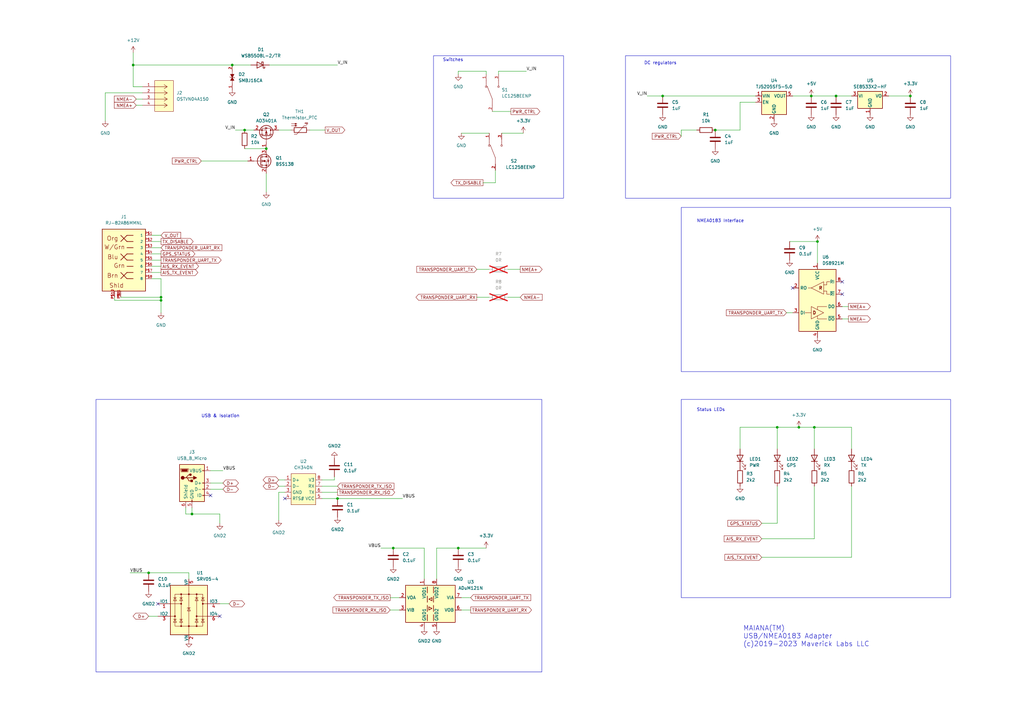
<source format=kicad_sch>
(kicad_sch (version 20230121) (generator eeschema)
  (paper "A3")
  (lib_symbols
    (symbol "CH340N:CH340N"
      (property "Reference" "U" (at 0 7.62 0))
      (property "Value" "CH340N" (at 0 -8.89 0))
      (symbol "CH340N_1_1"
        (pin input line (at -7.62 3.81 0) (length 2.54) (name "D+") (number "1"))
        (pin input line (at -7.62 1.27 0) (length 2.54) (name "D-") (number "2"))
        (pin passive line (at -7.62 -1.27 0) (length 2.54) (name "GND") (number "3"))
        (pin passive line (at -7.62 -3.81 0) (length 2.54) (name "RTS#") (number "4"))
        (pin passive line (at 7.62 -3.81 180) (length 2.54) (name "VCC") (number "5"))
        (pin passive line (at 7.62 -1.27 180) (length 2.54) (name "TX") (number "6"))
        (pin passive line (at 7.62 1.27 180) (length 2.54) (name "RX") (number "7"))
        (pin passive line (at 7.62 3.81 180) (length 2.54) (name "V3") (number "8"))
      )
    )
    (symbol "Connector:USB_B_Micro" (pin_names (offset 1.016))
      (property "Reference" "J" (at -5.08 11.43 0))
      (property "Value" "USB_B_Micro" (at -5.08 8.89 0))
      (symbol "USB_B_Micro_1_1"
        (pin power_out line (at 7.62 5.08 180) (length 2.54) (name "VBUS") (number "1"))
        (pin bidirectional line (at 7.62 -2.54 180) (length 2.54) (name "D-") (number "2"))
        (pin bidirectional line (at 7.62 0 180) (length 2.54) (name "D+") (number "3"))
        (pin passive line (at 7.62 -5.08 180) (length 2.54) (name "ID") (number "4"))
        (pin power_out line (at 0 -10.16 90) (length 2.54) (name "GND") (number "5"))
        (pin passive line (at -2.54 -10.16 90) (length 2.54) (name "Shield") (number "6"))
      )
    )
    (symbol "Device:C" (pin_numbers hide) (pin_names (offset 0.254))
      (property "Reference" "C" (at 0.635 2.54 0))
      (property "Value" "C" (at 0.635 -2.54 0))
      (symbol "C_1_1"
        (pin passive line (at 0 3.81 270) (length 2.794) (name "~") (number "1"))
        (pin passive line (at 0 -3.81 90) (length 2.794) (name "~") (number "2"))
      )
    )
    (symbol "Device:D_Schottky" (pin_numbers hide) (pin_names (offset 1.016) hide)
      (property "Reference" "D" (at 0 2.54 0))
      (property "Value" "D_Schottky" (at 0 -2.54 0))
      (symbol "D_Schottky_1_1"
        (pin passive line (at -3.81 0 0) (length 2.54) (name "K") (number "1"))
        (pin passive line (at 3.81 0 180) (length 2.54) (name "A") (number "2"))
      )
    )
    (symbol "Device:LED" (pin_numbers hide) (pin_names (offset 1.016) hide)
      (property "Reference" "D" (at 0 2.54 0))
      (property "Value" "LED" (at 0 -2.54 0))
      (symbol "LED_1_1"
        (pin passive line (at -3.81 0 0) (length 2.54) (name "K") (number "1"))
        (pin passive line (at 3.81 0 180) (length 2.54) (name "A") (number "2"))
      )
    )
    (symbol "Device:R" (pin_numbers hide) (pin_names (offset 0))
      (property "Reference" "R" (at 2.032 0 90))
      (property "Value" "R" (at 0 0 90))
      (symbol "R_1_1"
        (pin passive line (at 0 3.81 270) (length 1.27) (name "~") (number "1"))
        (pin passive line (at 0 -3.81 90) (length 1.27) (name "~") (number "2"))
      )
    )
    (symbol "Device:Thermistor_PTC" (pin_numbers hide) (pin_names (offset 0))
      (property "Reference" "TH" (at -4.064 0 90))
      (property "Value" "Thermistor_PTC" (at 3.048 0 90))
      (symbol "Thermistor_PTC_1_1"
        (pin passive line (at 0 3.81 270) (length 1.27) (name "~") (number "1"))
        (pin passive line (at 0 -3.81 90) (length 1.27) (name "~") (number "2"))
      )
    )
    (symbol "Interface_LineDriver:DS89C21"
      (property "Reference" "U" (at -7.62 13.97 0))
      (property "Value" "DS89C21" (at 1.27 13.97 0))
      (symbol "DS89C21_0_0"
        (text "D" (at -1.27 -5.08 0) (effects (font (size 1.27 1.27) bold)))
        (text "R" (at 1.27 5.08 0) (effects (font (size 1.27 1.27) bold)))
      )
      (symbol "DS89C21_1_1"
        (pin power_in line (at 0 15.24 270) (length 2.54) (name "VCC") (number "1"))
        (pin output line (at -10.16 5.08 0) (length 2.54) (name "RO") (number "2"))
        (pin input line (at -10.16 -5.08 0) (length 2.54) (name "DI") (number "3"))
        (pin power_in line (at 0 -15.24 90) (length 2.54) (name "GND") (number "4"))
        (pin output line (at 10.16 -7.62 180) (length 2.54) (name "~{DO}") (number "5"))
        (pin output line (at 10.16 -2.54 180) (length 2.54) (name "DO") (number "6"))
        (pin input line (at 10.16 2.54 180) (length 2.54) (name "~{RI}") (number "7"))
        (pin input line (at 10.16 7.62 180) (length 2.54) (name "RI") (number "8"))
      )
    )
    (symbol "Isolator:ADuM121N"
      (property "Reference" "U" (at -10.16 8.89 0))
      (property "Value" "ADuM121N" (at 3.81 8.89 0))
      (symbol "ADuM121N_1_1"
        (pin power_in line (at -2.54 10.16 270) (length 2.54) (name "VDD1") (number "1"))
        (pin output line (at -12.7 2.54 0) (length 2.54) (name "VOA") (number "2"))
        (pin input line (at -12.7 -2.54 0) (length 2.54) (name "VIB") (number "3"))
        (pin power_in line (at -2.54 -10.16 90) (length 2.54) (name "GND1") (number "4"))
        (pin power_in line (at 2.54 -10.16 90) (length 2.54) (name "GND2") (number "5"))
        (pin output line (at 12.7 -2.54 180) (length 2.54) (name "VOB") (number "6"))
        (pin input line (at 12.7 2.54 180) (length 2.54) (name "VIA") (number "7"))
        (pin power_in line (at 2.54 10.16 270) (length 2.54) (name "VDD2") (number "8"))
      )
    )
    (symbol "LC1258EENP:LC1258EENP" (pin_names (offset 1.016))
      (property "Reference" "S" (at -2.54 5.08 0))
      (property "Value" "LC1258EENP" (at -2.54 -5.08 0))
      (symbol "LC1258EENP_0_0"
        (pin passive line (at 7.62 2.54 180) (length 2.54) (name "~") (number "1"))
        (pin passive line (at -7.62 0 0) (length 2.54) (name "~") (number "2"))
        (pin passive line (at 7.62 -2.54 180) (length 2.54) (name "~") (number "3"))
      )
    )
    (symbol "OSTVN04A150:OSTVN04A150" (pin_names (offset 1.016))
      (property "Reference" "J" (at 4.1656 5.3086 0))
      (property "Value" "OSTVN04A150" (at 0 0 0))
      (symbol "OSTVN04A150_0_0"
        (pin passive line (at 0 0 0) (length 5.08) (name "~") (number "1"))
        (pin passive line (at 0 -2.54 0) (length 5.08) (name "~") (number "2"))
        (pin passive line (at 0 -5.08 0) (length 5.08) (name "~") (number "3"))
        (pin passive line (at 0 -7.62 0) (length 5.08) (name "~") (number "4"))
      )
    )
    (symbol "Power_Protection:SRV05-4" (pin_names (offset 0))
      (property "Reference" "U" (at -5.08 11.43 0))
      (property "Value" "SRV05-4" (at 2.54 11.43 0))
      (symbol "SRV05-4_1_1"
        (pin passive line (at -12.7 2.54 0) (length 5.08) (name "IO1") (number "1"))
        (pin passive line (at 0 -12.7 90) (length 2.54) (name "VN") (number "2"))
        (pin passive line (at -12.7 -2.54 0) (length 5.08) (name "IO2") (number "3"))
        (pin passive line (at 12.7 2.54 180) (length 5.08) (name "IO3") (number "4"))
        (pin passive line (at 0 12.7 270) (length 2.54) (name "VP") (number "5"))
        (pin passive line (at 12.7 -2.54 180) (length 5.08) (name "IO4") (number "6"))
      )
    )
    (symbol "RJ-82A86MMNL:RJ-82A86MMNL" (pin_names (offset 1.016))
      (property "Reference" "J" (at -10.16 13.208 0))
      (property "Value" "RJ-82A86MMNL" (at -10.16 -15.24 0))
      (symbol "RJ-82A86MMNL_0_0"
        (text "Blu" (at 1.016 0.254 0) (effects (font (size 1.778 1.778)) (justify left bottom)))
        (text "Brn" (at 1.016 -7.366 0) (effects (font (size 1.778 1.778)) (justify left bottom)))
        (text "Grn" (at -1.778 -3.302 0) (effects (font (size 1.778 1.778)) (justify left bottom)))
        (text "Org" (at 1.016 7.874 0) (effects (font (size 1.778 1.778)) (justify left bottom)))
        (text "Shld" (at -1.27 -11.43 0) (effects (font (size 1.778 1.778)) (justify left bottom)))
        (text "W/Grn" (at -1.778 4.318 0) (effects (font (size 1.778 1.778)) (justify left bottom)))
        (pin bidirectional line (at -12.7 10.16 0) (length 2.54) (name "1") (number "P$1"))
        (pin bidirectional line (at 2.54 -15.24 90) (length 2.54) (name "~") (number "P$10"))
        (pin bidirectional line (at 0 -15.24 90) (length 2.54) (name "~") (number "P$11"))
        (pin bidirectional line (at 2.54 -15.24 90) (length 2.54) (name "~") (number "P$12"))
        (pin bidirectional line (at -12.7 7.62 0) (length 2.54) (name "2") (number "P$2"))
        (pin bidirectional line (at -12.7 5.08 0) (length 2.54) (name "3") (number "P$3"))
        (pin bidirectional line (at -12.7 2.54 0) (length 2.54) (name "4") (number "P$4"))
        (pin bidirectional line (at -12.7 0 0) (length 2.54) (name "5") (number "P$5"))
        (pin bidirectional line (at -12.7 -2.54 0) (length 2.54) (name "6") (number "P$6"))
        (pin bidirectional line (at -12.7 -5.08 0) (length 2.54) (name "7") (number "P$7"))
        (pin bidirectional line (at -12.7 -7.62 0) (length 2.54) (name "8") (number "P$8"))
        (pin bidirectional line (at 0 -15.24 90) (length 2.54) (name "~") (number "P$9"))
      )
    )
    (symbol "Regulator_Linear:MCP1799x-330xxTT" (pin_names (offset 0.254))
      (property "Reference" "U" (at -3.81 3.175 0))
      (property "Value" "MCP1799x-330xxTT" (at 0 3.175 0))
      (symbol "MCP1799x-330xxTT_1_1"
        (pin power_in line (at 0 -7.62 90) (length 2.54) (name "GND") (number "1"))
        (pin power_out line (at 7.62 0 180) (length 2.54) (name "VO") (number "2"))
        (pin power_in line (at -7.62 0 0) (length 2.54) (name "VI") (number "3"))
      )
    )
    (symbol "Regulator_Linear:MIC5317-3.3xM5" (pin_names (offset 0.254))
      (property "Reference" "U" (at -6.35 6.35 0))
      (property "Value" "MIC5317-3.3xM5" (at 0 6.35 0))
      (symbol "MIC5317-3.3xM5_1_1"
        (pin power_in line (at -7.62 2.54 0) (length 2.54) (name "VIN") (number "1"))
        (pin power_in line (at 0 -7.62 90) (length 2.54) (name "GND") (number "2"))
        (pin input line (at -7.62 0 0) (length 2.54) (name "EN") (number "3"))
        (pin no_connect line (at 5.08 0 180) (length 2.54) hide (name "NC") (number "4"))
        (pin power_out line (at 7.62 2.54 180) (length 2.54) (name "VOUT") (number "5"))
      )
    )
    (symbol "SMBJ16CA:SMBJ16CA" (pin_names (offset 1.016))
      (property "Reference" "D" (at -5.08 2.54 0))
      (property "Value" "SMBJ16CA" (at -5.08 -5.08 0))
      (symbol "SMBJ16CA_0_0"
        (pin passive line (at -5.08 0 0) (length 2.54) (name "~") (number "1"))
        (pin passive line (at 5.08 0 180) (length 2.54) (name "~") (number "2"))
      )
    )
    (symbol "Transistor_FET:AO3401A" (pin_names hide)
      (property "Reference" "Q" (at 5.08 1.905 0))
      (property "Value" "AO3401A" (at 5.08 0 0))
      (symbol "AO3401A_1_1"
        (pin input line (at -5.08 0 0) (length 2.54) (name "G") (number "1"))
        (pin passive line (at 2.54 -5.08 90) (length 2.54) (name "S") (number "2"))
        (pin passive line (at 2.54 5.08 270) (length 2.54) (name "D") (number "3"))
      )
    )
    (symbol "Transistor_FET:BSS138" (pin_names hide)
      (property "Reference" "Q" (at 5.08 1.905 0))
      (property "Value" "BSS138" (at 5.08 0 0))
      (symbol "BSS138_1_1"
        (pin input line (at -5.08 0 0) (length 2.54) (name "G") (number "1"))
        (pin passive line (at 2.54 -5.08 90) (length 2.54) (name "S") (number "2"))
        (pin passive line (at 2.54 5.08 270) (length 2.54) (name "D") (number "3"))
      )
    )
    (symbol "power:+12V" (power) (pin_names (offset 0))
      (property "Value" "+12V" (at 0 3.556 0))
      (symbol "+12V_1_1"
        (pin power_in line (at 0 0 90) (length 0) hide (name "+12V") (number "1"))
      )
    )
    (symbol "power:+3.3V" (power) (pin_names (offset 0))
      (property "Value" "+3.3V" (at 0 3.556 0))
      (symbol "+3.3V_1_1"
        (pin power_in line (at 0 0 90) (length 0) hide (name "+3.3V") (number "1"))
      )
    )
    (symbol "power:+5V" (power) (pin_names (offset 0))
      (property "Value" "+5V" (at 0 3.556 0))
      (symbol "+5V_1_1"
        (pin power_in line (at 0 0 90) (length 0) hide (name "+5V") (number "1"))
      )
    )
    (symbol "power:GND" (power) (pin_names (offset 0))
      (property "Value" "GND" (at 0 -3.81 0))
      (symbol "GND_1_1"
        (pin power_in line (at 0 0 270) (length 0) hide (name "GND") (number "1"))
      )
    )
    (symbol "power:GND2" (power) (pin_names (offset 0))
      (property "Value" "GND2" (at 0 -3.81 0))
      (symbol "GND2_1_1"
        (pin power_in line (at 0 0 270) (length 0) hide (name "GND2") (number "1"))
      )
    )
  )
  (junction (at 109.22 60.96))
  (junction (at 100.33 53.34))
  (junction (at 334.01 175.26))
  (junction (at 293.37 53.34))
  (junction (at 335.28 99.06))
  (junction (at 187.96 224.79))
  (junction (at 327.66 175.26))
  (junction (at 373.38 39.37))
  (junction (at 78.74 210.82))
  (junction (at 271.78 39.37))
  (junction (at 66.04 121.92))
  (junction (at 138.43 204.47))
  (junction (at 66.04 123.19))
  (junction (at 95.25 26.67))
  (junction (at 332.74 39.37))
  (junction (at 161.29 224.79))
  (junction (at 60.96 234.95))
  (junction (at 318.77 175.26))
  (junction (at 54.61 26.67))
  (junction (at 342.9 39.37))
  (no_connect (at 345.44 115.57))
  (no_connect (at 325.12 118.11))
  (no_connect (at 90.17 252.73))
  (no_connect (at 64.77 247.65))
  (no_connect (at 86.36 203.2))
  (no_connect (at 345.44 120.65))
  (no_connect (at 116.84 204.47))
  (wire (pts (xy 203.2 74.93) (xy 198.12 74.93)))
  (wire (pts (xy 187.96 29.21) (xy 187.96 30.48)))
  (wire (pts (xy 318.77 175.26) (xy 327.66 175.26)))
  (wire (pts (xy 77.47 237.49) (xy 77.47 234.95)))
  (wire (pts (xy 303.53 41.91) (xy 303.53 53.34)))
  (wire (pts (xy 332.74 39.37) (xy 342.9 39.37)))
  (wire (pts (xy 46.99 121.92) (xy 46.99 123.19)))
  (wire (pts (xy 132.08 204.47) (xy 138.43 204.47)))
  (wire (pts (xy 334.01 220.98) (xy 334.01 199.39)))
  (wire (pts (xy 114.3 196.85) (xy 116.84 196.85)))
  (wire (pts (xy 335.28 99.06) (xy 335.28 107.95)))
  (wire (pts (xy 132.08 201.93) (xy 138.43 201.93)))
  (wire (pts (xy 62.23 114.3) (xy 66.04 114.3)))
  (wire (pts (xy 349.25 175.26) (xy 334.01 175.26)))
  (wire (pts (xy 201.93 45.72) (xy 209.55 45.72)))
  (wire (pts (xy 43.18 38.1) (xy 43.18 49.53)))
  (wire (pts (xy 110.49 26.67) (xy 138.43 26.67)))
  (wire (pts (xy 100.33 60.96) (xy 109.22 60.96)))
  (wire (pts (xy 54.61 35.56) (xy 54.61 26.67)))
  (wire (pts (xy 179.07 224.79) (xy 179.07 237.49)))
  (wire (pts (xy 312.42 228.6) (xy 349.25 228.6)))
  (wire (pts (xy 189.23 245.11) (xy 193.04 245.11)))
  (wire (pts (xy 62.23 96.52) (xy 66.04 96.52)))
  (wire (pts (xy 318.77 175.26) (xy 318.77 184.15)))
  (wire (pts (xy 322.58 128.27) (xy 325.12 128.27)))
  (wire (pts (xy 78.74 208.28) (xy 78.74 210.82)))
  (wire (pts (xy 76.2 208.28) (xy 76.2 210.82)))
  (wire (pts (xy 195.58 110.49) (xy 200.66 110.49)))
  (wire (pts (xy 90.17 210.82) (xy 90.17 214.63)))
  (wire (pts (xy 62.23 111.76) (xy 66.04 111.76)))
  (wire (pts (xy 86.36 193.04) (xy 91.44 193.04)))
  (wire (pts (xy 62.23 104.14) (xy 66.04 104.14)))
  (wire (pts (xy 189.23 54.61) (xy 200.66 54.61)))
  (wire (pts (xy 90.17 247.65) (xy 93.98 247.65)))
  (wire (pts (xy 54.61 26.67) (xy 54.61 21.59)))
  (wire (pts (xy 303.53 175.26) (xy 318.77 175.26)))
  (wire (pts (xy 335.28 99.06) (xy 323.85 99.06)))
  (wire (pts (xy 54.61 26.67) (xy 95.25 26.67)))
  (wire (pts (xy 312.42 220.98) (xy 334.01 220.98)))
  (wire (pts (xy 86.36 200.66) (xy 91.44 200.66)))
  (wire (pts (xy 199.39 224.79) (xy 187.96 224.79)))
  (wire (pts (xy 325.12 39.37) (xy 332.74 39.37)))
  (wire (pts (xy 349.25 184.15) (xy 349.25 175.26)))
  (wire (pts (xy 109.22 71.12) (xy 109.22 78.74)))
  (wire (pts (xy 160.02 250.19) (xy 163.83 250.19)))
  (wire (pts (xy 95.25 26.67) (xy 102.87 26.67)))
  (wire (pts (xy 55.88 43.18) (xy 58.42 43.18)))
  (wire (pts (xy 342.9 39.37) (xy 349.25 39.37)))
  (wire (pts (xy 203.2 69.85) (xy 203.2 74.93)))
  (wire (pts (xy 279.4 55.88) (xy 279.4 53.34)))
  (wire (pts (xy 60.96 234.95) (xy 53.34 234.95)))
  (wire (pts (xy 66.04 121.92) (xy 66.04 123.19)))
  (wire (pts (xy 132.08 196.85) (xy 137.16 196.85)))
  (wire (pts (xy 96.52 53.34) (xy 100.33 53.34)))
  (wire (pts (xy 114.3 199.39) (xy 116.84 199.39)))
  (wire (pts (xy 334.01 175.26) (xy 327.66 175.26)))
  (wire (pts (xy 138.43 204.47) (xy 165.1 204.47)))
  (wire (pts (xy 205.74 54.61) (xy 214.63 54.61)))
  (wire (pts (xy 160.02 245.11) (xy 163.83 245.11)))
  (wire (pts (xy 303.53 53.34) (xy 293.37 53.34)))
  (wire (pts (xy 82.55 66.04) (xy 101.6 66.04)))
  (wire (pts (xy 199.39 29.21) (xy 199.39 30.48)))
  (wire (pts (xy 58.42 35.56) (xy 54.61 35.56)))
  (wire (pts (xy 303.53 184.15) (xy 303.53 175.26)))
  (wire (pts (xy 55.88 40.64) (xy 58.42 40.64)))
  (wire (pts (xy 116.84 201.93) (xy 114.3 201.93)))
  (wire (pts (xy 349.25 228.6) (xy 349.25 199.39)))
  (wire (pts (xy 86.36 198.12) (xy 91.44 198.12)))
  (wire (pts (xy 189.23 250.19) (xy 193.04 250.19)))
  (wire (pts (xy 204.47 29.21) (xy 215.9 29.21)))
  (wire (pts (xy 66.04 114.3) (xy 66.04 121.92)))
  (wire (pts (xy 161.29 224.79) (xy 173.99 224.79)))
  (wire (pts (xy 334.01 184.15) (xy 334.01 175.26)))
  (wire (pts (xy 62.23 109.22) (xy 66.04 109.22)))
  (wire (pts (xy 62.23 99.06) (xy 66.04 99.06)))
  (wire (pts (xy 312.42 214.63) (xy 318.77 214.63)))
  (wire (pts (xy 66.04 123.19) (xy 66.04 128.27)))
  (wire (pts (xy 114.3 53.34) (xy 119.38 53.34)))
  (wire (pts (xy 279.4 53.34) (xy 285.75 53.34)))
  (wire (pts (xy 271.78 39.37) (xy 309.88 39.37)))
  (wire (pts (xy 62.23 106.68) (xy 66.04 106.68)))
  (wire (pts (xy 46.99 123.19) (xy 66.04 123.19)))
  (wire (pts (xy 78.74 210.82) (xy 90.17 210.82)))
  (wire (pts (xy 345.44 130.81) (xy 347.98 130.81)))
  (wire (pts (xy 345.44 125.73) (xy 347.98 125.73)))
  (wire (pts (xy 156.21 224.79) (xy 161.29 224.79)))
  (wire (pts (xy 318.77 214.63) (xy 318.77 199.39)))
  (wire (pts (xy 309.88 41.91) (xy 303.53 41.91)))
  (wire (pts (xy 76.2 210.82) (xy 78.74 210.82)))
  (wire (pts (xy 62.23 101.6) (xy 66.04 101.6)))
  (wire (pts (xy 77.47 234.95) (xy 60.96 234.95)))
  (wire (pts (xy 173.99 224.79) (xy 173.99 237.49)))
  (wire (pts (xy 364.49 39.37) (xy 373.38 39.37)))
  (wire (pts (xy 204.47 30.48) (xy 204.47 29.21)))
  (wire (pts (xy 208.28 110.49) (xy 213.36 110.49)))
  (wire (pts (xy 137.16 196.85) (xy 137.16 195.58)))
  (wire (pts (xy 49.53 121.92) (xy 66.04 121.92)))
  (wire (pts (xy 187.96 224.79) (xy 179.07 224.79)))
  (wire (pts (xy 58.42 38.1) (xy 43.18 38.1)))
  (wire (pts (xy 187.96 29.21) (xy 199.39 29.21)))
  (wire (pts (xy 100.33 53.34) (xy 104.14 53.34)))
  (wire (pts (xy 114.3 201.93) (xy 114.3 213.36)))
  (wire (pts (xy 195.58 121.92) (xy 200.66 121.92)))
  (wire (pts (xy 132.08 199.39) (xy 138.43 199.39)))
  (wire (pts (xy 60.96 252.73) (xy 64.77 252.73)))
  (wire (pts (xy 265.43 39.37) (xy 271.78 39.37)))
  (wire (pts (xy 127 53.34) (xy 133.35 53.34)))
  (wire (pts (xy 208.28 121.92) (xy 213.36 121.92)))
  (rectangle (start 39.37 163.83) (end 222.25 275.59))
  (rectangle (start 177.8 22.86) (end 231.14 81.28))
  (rectangle (start 279.4 163.83) (end 389.89 245.11))
  (rectangle (start 279.4 85.09) (end 389.89 152.4))
  (rectangle (start 256.54 22.86) (end 389.89 81.28))
  (text "USB & Isolation" (at 82.55 171.45 0) (effects (font (size 1.27 1.27)) (justify left bottom)))
  (text "Status LEDs" (at 285.75 168.91 0) (effects (font (size 1.27 1.27)) (justify left bottom)))
  (text "MAIANA(TM)\nUSB/NMEA0183 Adapter\n(c)2019-2023 Maverick Labs LLC" (at 304.8 265.43 0) (effects (font (size 2 2)) (justify left bottom)))
  (text "NMEA0183 Interface" (at 285.75 91.44 0) (effects (font (size 1.27 1.27)) (justify left bottom)))
  (text "DC regulators" (at 264.16 26.67 0) (effects (font (size 1.27 1.27)) (justify left bottom)))
  (text "Switches" (at 181.61 25.4 0) (effects (font (size 1.27 1.27)) (justify left bottom)))
  (label "V_IN" (at 138.43 26.67 0))
  (label "VBUS" (at 165.1 204.47 0))
  (label "VBUS" (at 53.34 234.95 0))
  (label "V_IN" (at 265.43 39.37 180))
  (label "V_IN" (at 215.9 29.21 0))
  (label "V_IN" (at 96.52 53.34 180))
  (label "VBUS" (at 91.44 193.04 0))
  (label "VBUS" (at 156.21 224.79 180))
  (global_label "TRANSPONDER_UART_RX" (shape output) (at 195.58 121.92 180) (property "Intersheetrefs" "${INTERSHEET_REFS}" (effects hide)))
  (global_label "V_OUT" (shape output) (at 133.35 53.34 0) (property "Intersheetrefs" "${INTERSHEET_REFS}" (effects hide)))
  (global_label "TRANSPONDER_UART_TX" (shape output) (at 66.04 106.68 0) (property "Intersheetrefs" "${INTERSHEET_REFS}" (effects hide)))
  (global_label "TRANSPONDER_UART_TX" (shape input) (at 195.58 110.49 180) (property "Intersheetrefs" "${INTERSHEET_REFS}" (effects hide)))
  (global_label "PWR_CTRL" (shape input) (at 82.55 66.04 180) (property "Intersheetrefs" "${INTERSHEET_REFS}" (effects hide)))
  (global_label "TX_DISABLE" (shape output) (at 66.04 99.06 0) (property "Intersheetrefs" "${INTERSHEET_REFS}" (effects hide)))
  (global_label "NMEA+" (shape output) (at 347.98 125.73 0) (property "Intersheetrefs" "${INTERSHEET_REFS}" (effects hide)))
  (global_label "TRANSPONDER_UART_RX" (shape output) (at 193.04 250.19 0) (property "Intersheetrefs" "${INTERSHEET_REFS}" (effects hide)))
  (global_label "D+" (shape bidirectional) (at 91.44 198.12 0) (property "Intersheetrefs" "${INTERSHEET_REFS}" (effects hide)))
  (global_label "NMEA-" (shape output) (at 347.98 130.81 0) (property "Intersheetrefs" "${INTERSHEET_REFS}" (effects hide)))
  (global_label "TRANSPONDER_TX_ISO" (shape input) (at 138.43 199.39 0) (property "Intersheetrefs" "${INTERSHEET_REFS}" (effects hide)))
  (global_label "V_OUT" (shape input) (at 66.04 96.52 0) (property "Intersheetrefs" "${INTERSHEET_REFS}" (effects hide)))
  (global_label "TRANSPONDER_RX_ISO" (shape output) (at 138.43 201.93 0) (property "Intersheetrefs" "${INTERSHEET_REFS}" (effects hide)))
  (global_label "GPS_STATUS" (shape input) (at 312.42 214.63 180) (property "Intersheetrefs" "${INTERSHEET_REFS}" (effects hide)))
  (global_label "AIS_RX_EVENT" (shape input) (at 312.42 220.98 180) (property "Intersheetrefs" "${INTERSHEET_REFS}" (effects hide)))
  (global_label "TRANSPONDER_TX_ISO" (shape output) (at 160.02 245.11 180) (property "Intersheetrefs" "${INTERSHEET_REFS}" (effects hide)))
  (global_label "D-" (shape bidirectional) (at 91.44 200.66 0) (property "Intersheetrefs" "${INTERSHEET_REFS}" (effects hide)))
  (global_label "AIS_TX_EVENT" (shape input) (at 312.42 228.6 180) (property "Intersheetrefs" "${INTERSHEET_REFS}" (effects hide)))
  (global_label "TRANSPONDER_UART_TX" (shape input) (at 193.04 245.11 0) (property "Intersheetrefs" "${INTERSHEET_REFS}" (effects hide)))
  (global_label "AIS_TX_EVENT" (shape output) (at 66.04 111.76 0) (property "Intersheetrefs" "${INTERSHEET_REFS}" (effects hide)))
  (global_label "NMEA+" (shape input) (at 55.88 43.18 180) (property "Intersheetrefs" "${INTERSHEET_REFS}" (effects hide)))
  (global_label "NMEA+" (shape output) (at 213.36 110.49 0) (property "Intersheetrefs" "${INTERSHEET_REFS}" (effects hide)))
  (global_label "TRANSPONDER_UART_TX" (shape input) (at 322.58 128.27 180) (property "Intersheetrefs" "${INTERSHEET_REFS}" (effects hide)))
  (global_label "GPS_STATUS" (shape output) (at 66.04 104.14 0) (property "Intersheetrefs" "${INTERSHEET_REFS}" (effects hide)))
  (global_label "PWR_CTRL" (shape input) (at 279.4 55.88 180) (property "Intersheetrefs" "${INTERSHEET_REFS}" (effects hide)))
  (global_label "PWR_CTRL" (shape output) (at 209.55 45.72 0) (property "Intersheetrefs" "${INTERSHEET_REFS}" (effects hide)))
  (global_label "TRANSPONDER_UART_RX" (shape input) (at 66.04 101.6 0) (property "Intersheetrefs" "${INTERSHEET_REFS}" (effects hide)))
  (global_label "NMEA-" (shape input) (at 213.36 121.92 0) (property "Intersheetrefs" "${INTERSHEET_REFS}" (effects hide)))
  (global_label "D-" (shape bidirectional) (at 93.98 247.65 0) (property "Intersheetrefs" "${INTERSHEET_REFS}" (effects hide)))
  (global_label "NMEA-" (shape input) (at 55.88 40.64 180) (property "Intersheetrefs" "${INTERSHEET_REFS}" (effects hide)))
  (global_label "TX_DISABLE" (shape output) (at 198.12 74.93 180) (property "Intersheetrefs" "${INTERSHEET_REFS}" (effects hide)))
  (global_label "D-" (shape bidirectional) (at 114.3 199.39 180) (property "Intersheetrefs" "${INTERSHEET_REFS}" (effects hide)))
  (global_label "D+" (shape bidirectional) (at 114.3 196.85 180) (property "Intersheetrefs" "${INTERSHEET_REFS}" (effects hide)))
  (global_label "AIS_RX_EVENT" (shape output) (at 66.04 109.22 0) (property "Intersheetrefs" "${INTERSHEET_REFS}" (effects hide)))
  (global_label "D+" (shape bidirectional) (at 60.96 252.73 180) (property "Intersheetrefs" "${INTERSHEET_REFS}" (effects hide)))
  (global_label "TRANSPONDER_RX_ISO" (shape input) (at 160.02 250.19 180) (property "Intersheetrefs" "${INTERSHEET_REFS}" (effects hide)))
  (symbol (lib_id "Device:C") (at 161.29 228.6 0) (unit 1)
    (property "Reference" "C2" (at 165.1 227.33 0) (effects (justify left)))
    (property "Value" "0.1uF" (at 165.1 229.87 0) (effects (justify left)))
    (property "Footprint" "Capacitor_SMD:C_0603_1608Metric" (effects hide))
  )
  (symbol (lib_id "power:GND") (at 95.25 36.83 0) (unit 1)
    (property "Reference" "#PWR013" (effects hide))
    (property "Value" "GND" (at 95.25 41.91 0))
  )
  (symbol (lib_id "Device:R") (at 204.47 121.92 270) (unit 1) (dnp yes)
    (property "Reference" "R8" (at 204.47 115.57 90))
    (property "Value" "0R" (at 204.47 118.11 90))
    (property "Footprint" "Resistor_SMD:R_0603_1608Metric" (effects hide))
  )
  (symbol (lib_id "power:GND") (at 187.96 232.41 0) (unit 1)
    (property "Reference" "#PWR09" (effects hide))
    (property "Value" "GND" (at 187.96 237.49 0))
  )
  (symbol (lib_id "power:GND") (at 323.85 106.68 0) (unit 1)
    (property "Reference" "#PWR025" (effects hide))
    (property "Value" "GND" (at 323.85 111.76 0))
  )
  (symbol (lib_id "power:GND") (at 187.96 30.48 0) (unit 1)
    (property "Reference" "#PWR019" (effects hide))
    (property "Value" "GND" (at 187.96 35.56 0))
  )
  (symbol (lib_id "power:GND") (at 66.04 128.27 0) (unit 1)
    (property "Reference" "#PWR01" (effects hide))
    (property "Value" "GND" (at 66.04 133.35 0))
  )
  (symbol (lib_id "power:GND") (at 373.38 46.99 0) (unit 1)
    (property "Reference" "#PWR023" (effects hide))
    (property "Value" "GND" (at 373.38 52.07 0))
  )
  (symbol (lib_id "Device:R") (at 303.53 195.58 180) (unit 1)
    (property "Reference" "R3" (at 306.07 194.31 0) (effects (justify right)))
    (property "Value" "2k2" (at 306.07 196.85 0) (effects (justify right)))
    (property "Footprint" "Resistor_SMD:R_0603_1608Metric" (effects hide))
  )
  (symbol (lib_id "Power_Protection:SRV05-4") (at 77.47 250.19 0) (unit 1)
    (property "Reference" "U1" (at 80.6197 234.95 0) (effects (justify left)))
    (property "Value" "SRV05-4" (at 80.6197 237.49 0) (effects (justify left)))
    (property "Footprint" "Package_TO_SOT_SMD:SOT-23-6" (effects hide))
    (property "Datasheet" "http://www.onsemi.com/pub/Collateral/SRV05-4-D.PDF" (effects hide))
  )
  (symbol (lib_id "power:+5V") (at 332.74 39.37 0) (unit 1)
    (property "Reference" "#PWR018" (effects hide))
    (property "Value" "+5V" (at 332.74 34.29 0))
  )
  (symbol (lib_id "power:+3.3V") (at 214.63 54.61 0) (unit 1)
    (property "Reference" "#PWR029" (effects hide))
    (property "Value" "+3.3V" (at 214.63 49.53 0))
  )
  (symbol (lib_id "Device:D_Schottky") (at 106.68 26.67 180) (unit 1)
    (property "Reference" "D1" (at 106.9975 20.32 0))
    (property "Value" "WSB5508L-2/TR" (at 106.9975 22.86 0))
    (property "Footprint" "Diode_SMD:D_SOD-123" (effects hide))
  )
  (symbol (lib_id "power:GND2") (at 77.47 262.89 0) (unit 1)
    (property "Reference" "#PWR03" (effects hide))
    (property "Value" "GND2" (at 77.47 267.97 0))
  )
  (symbol (lib_id "power:GND2") (at 60.96 242.57 0) (unit 1)
    (property "Reference" "#PWR032" (effects hide))
    (property "Value" "GND2" (at 60.96 247.65 0))
  )
  (symbol (lib_id "Device:R") (at 100.33 57.15 180) (unit 1)
    (property "Reference" "R2" (at 102.87 55.88 0) (effects (justify right)))
    (property "Value" "10k" (at 102.87 58.42 0) (effects (justify right)))
    (property "Footprint" "Resistor_SMD:R_0603_1608Metric" (effects hide))
  )
  (symbol (lib_id "power:GND") (at 356.87 46.99 0) (unit 1)
    (property "Reference" "#PWR021" (effects hide))
    (property "Value" "GND" (at 356.87 52.07 0))
  )
  (symbol (lib_id "Isolator:ADuM121N") (at 176.53 247.65 0) (unit 1)
    (property "Reference" "U3" (at 193.04 238.6583 0))
    (property "Value" "ADuM121N" (at 193.04 241.1983 0))
    (property "Footprint" "Package_SO:SOIC-8_3.9x4.9mm_P1.27mm" (effects hide))
    (property "Datasheet" "https://www.analog.com/media/en/technical-documentation/data-sheets/ADuM120N_121N.pdf" (effects hide))
  )
  (symbol (lib_id "Connector:USB_B_Micro") (at 78.74 198.12 0) (unit 1)
    (property "Reference" "J3" (at 78.74 185.42 0))
    (property "Value" "USB_B_Micro" (at 78.74 187.96 0))
    (property "Footprint" "Connector_USB:USB_Micro-B_Amphenol_10118194_Horizontal" (effects hide))
  )
  (symbol (lib_id "LC1258EENP:LC1258EENP") (at 203.2 62.23 90) (unit 1)
    (property "Reference" "S2" (at 212.09 66.04 90) (effects (justify left)))
    (property "Value" "LC1258EENP" (at 219.71 68.58 90) (effects (justify left)))
    (property "Footprint" "KiCadFootprints:SW_LC1258EENP" (effects hide))
    (property "MF" "E-Switch" (effects hide))
    (property "MAXIMUM_PACKAGE_HEIGHT" "8.3 mm" (effects hide))
    (property "Package" "None" (effects hide))
    (property "Price" "None" (effects hide))
    (property "Check_prices" "https://www.snapeda.com/parts/LC1258EENP/E-Switch/view-part/?ref=eda" (effects hide))
    (property "STANDARD" "Manufacturer Recommendations" (effects hide))
    (property "PARTREV" "C" (effects hide))
    (property "SnapEDA_Link" "https://www.snapeda.com/parts/LC1258EENP/E-Switch/view-part/?ref=snap" (effects hide))
    (property "MP" "LC1258EENP" (effects hide))
    (property "Purchase-URL" "https://www.snapeda.com/api/url_track_click_mouser/?unipart_id=3600871&manufacturer=E-Switch&part_name=LC1258EENP&search_term=lc1258eenp" (effects hide))
    (property "Description" "\nSWITCH PUSHBUTTON SPDT 0.3A 30V\n" (effects hide))
    (property "MANUFACTURER" "E-Switch" (effects hide))
    (property "Availability" "In Stock" (effects hide))
    (property "SNAPEDA_PN" "LC1258EENP" (effects hide))
  )
  (symbol (lib_id "Regulator_Linear:MIC5317-3.3xM5") (at 317.5 41.91 0) (unit 1)
    (property "Reference" "U4" (at 317.5 33.02 0))
    (property "Value" "TJ5205SF5-5.0" (at 317.5 35.56 0))
    (property "Footprint" "Package_TO_SOT_SMD:SOT-23-5" (effects hide))
    (property "Datasheet" "https://ww1.microchip.com/downloads/aemDocuments/documents/OTH/ProductDocuments/DataSheets/MIC5317-High-Performance-Single-150mA-LDO-DS20006195B.pdf" (effects hide))
  )
  (symbol (lib_id "Device:R") (at 204.47 110.49 270) (unit 1) (dnp yes)
    (property "Reference" "R7" (at 204.47 104.14 90))
    (property "Value" "0R" (at 204.47 106.68 90))
    (property "Footprint" "Resistor_SMD:R_0603_1608Metric" (effects hide))
  )
  (symbol (lib_id "Device:C") (at 323.85 102.87 0) (unit 1)
    (property "Reference" "C9" (at 327.66 101.6 0) (effects (justify left)))
    (property "Value" "0.1uF" (at 327.66 104.14 0) (effects (justify left)))
    (property "Footprint" "Capacitor_SMD:C_0603_1608Metric" (effects hide))
  )
  (symbol (lib_id "Device:R") (at 318.77 195.58 180) (unit 1)
    (property "Reference" "R4" (at 321.31 194.31 0) (effects (justify right)))
    (property "Value" "2k2" (at 321.31 196.85 0) (effects (justify right)))
    (property "Footprint" "Resistor_SMD:R_0603_1608Metric" (effects hide))
  )
  (symbol (lib_id "power:+5V") (at 335.28 99.06 0) (unit 1)
    (property "Reference" "#PWR024" (effects hide))
    (property "Value" "+5V" (at 335.28 93.98 0))
  )
  (symbol (lib_id "power:GND") (at 179.07 257.81 0) (unit 1)
    (property "Reference" "#PWR08" (effects hide))
    (property "Value" "GND" (at 179.07 262.89 0))
  )
  (symbol (lib_id "SMBJ16CA:SMBJ16CA") (at 95.25 31.75 90) (unit 1)
    (property "Reference" "D2" (at 97.79 30.48 90) (effects (justify right)))
    (property "Value" "SMBJ16CA" (at 97.79 33.02 90) (effects (justify right)))
    (property "Footprint" "KiCadFootprints:DIOM4336X265N" (effects hide))
    (property "MF" "Taiwan Semiconductor Corporation" (effects hide))
    (property "MAXIMUM_PACKAGE_HEIGHT" "2.65 mm" (effects hide))
    (property "Package" "SMB Taiwan Semiconductor" (effects hide))
    (property "Price" "None" (effects hide))
    (property "Check_prices" "https://www.snapeda.com/parts/SMBJ16CA/Taiwan+Semiconductor/view-part/?ref=eda" (effects hide))
    (property "STANDARD" "IPC-7351B" (effects hide))
    (property "PARTREV" "I2102" (effects hide))
    (property "SnapEDA_Link" "https://www.snapeda.com/parts/SMBJ16CA/Taiwan+Semiconductor/view-part/?ref=snap" (effects hide))
    (property "MP" "SMBJ16CA" (effects hide))
    (property "Purchase-URL" "https://www.snapeda.com/api/url_track_click_mouser/?unipart_id=4812678&manufacturer=Taiwan Semiconductor Corporation&part_name=SMBJ16CA&search_term=smbj16ca" (effects hide))
    (property "Description" "\n600W, 18.8V, 5%, Bidirectional, TVS\n" (effects hide))
    (property "Availability" "In Stock" (effects hide))
    (property "MANUFACTURER" "Taiwan Semiconductor" (effects hide))
  )
  (symbol (lib_id "Device:C") (at 293.37 57.15 0) (unit 1)
    (property "Reference" "C4" (at 297.18 55.88 0) (effects (justify left)))
    (property "Value" "1uF" (at 297.18 58.42 0) (effects (justify left)))
    (property "Footprint" "Capacitor_SMD:C_0603_1608Metric" (effects hide))
  )
  (symbol (lib_id "power:GND2") (at 138.43 212.09 0) (unit 1)
    (property "Reference" "#PWR05" (effects hide))
    (property "Value" "GND2" (at 138.43 217.17 0))
  )
  (symbol (lib_id "Device:LED") (at 334.01 187.96 90) (unit 1)
    (property "Reference" "LED3" (at 337.82 188.2775 90) (effects (justify right)))
    (property "Value" "RX" (at 337.82 190.8175 90) (effects (justify right)))
    (property "Footprint" "LED_SMD:LED_1206_3216Metric" (effects hide))
  )
  (symbol (lib_id "power:GND") (at 335.28 138.43 0) (unit 1)
    (property "Reference" "#PWR026" (effects hide))
    (property "Value" "GND" (at 335.28 143.51 0))
  )
  (symbol (lib_id "Device:C") (at 137.16 191.77 0) (unit 1)
    (property "Reference" "C11" (at 140.97 190.5 0) (effects (justify left)))
    (property "Value" "0.1uF" (at 140.97 193.04 0) (effects (justify left)))
    (property "Footprint" "Capacitor_SMD:C_0603_1608Metric" (effects hide))
  )
  (symbol (lib_id "CH340N:CH340N") (at 124.46 200.66 0) (unit 1)
    (property "Reference" "U2" (at 124.46 189.23 0))
    (property "Value" "CH340N" (at 124.46 191.77 0))
    (property "Footprint" "Package_SO:SO-8_3.9x4.9mm_P1.27mm" (effects hide))
  )
  (symbol (lib_id "Interface_LineDriver:DS89C21") (at 335.28 123.19 0) (unit 1)
    (property "Reference" "U6" (at 337.2359 105.41 0) (effects (justify left)))
    (property "Value" "DS8921M" (at 337.2359 107.95 0) (effects (justify left)))
    (property "Footprint" "Package_SO:SOIC-8_3.9x4.9mm_P1.27mm" (effects hide))
    (property "Datasheet" "http://www.ti.com/lit/ds/symlink/ds89c21.pdf" (effects hide))
  )
  (symbol (lib_id "power:GND") (at 43.18 49.53 0) (unit 1)
    (property "Reference" "#PWR012" (effects hide))
    (property "Value" "GND" (at 43.18 54.61 0))
  )
  (symbol (lib_id "Device:C") (at 271.78 43.18 0) (unit 1)
    (property "Reference" "C5" (at 275.59 41.91 0) (effects (justify left)))
    (property "Value" "1uF" (at 275.59 44.45 0) (effects (justify left)))
    (property "Footprint" "Capacitor_SMD:C_0603_1608Metric" (effects hide))
  )
  (symbol (lib_id "Device:R") (at 334.01 195.58 180) (unit 1)
    (property "Reference" "R5" (at 336.55 194.31 0) (effects (justify right)))
    (property "Value" "2k2" (at 336.55 196.85 0) (effects (justify right)))
    (property "Footprint" "Resistor_SMD:R_0603_1608Metric" (effects hide))
  )
  (symbol (lib_id "power:GND2") (at 90.17 214.63 0) (unit 1)
    (property "Reference" "#PWR02" (effects hide))
    (property "Value" "GND2" (at 90.17 219.71 0))
  )
  (symbol (lib_id "Device:C") (at 342.9 43.18 0) (unit 1)
    (property "Reference" "C7" (at 346.71 41.91 0) (effects (justify left)))
    (property "Value" "1uF" (at 346.71 44.45 0) (effects (justify left)))
    (property "Footprint" "Capacitor_SMD:C_0603_1608Metric" (effects hide))
  )
  (symbol (lib_id "power:GND2") (at 114.3 213.36 0) (unit 1)
    (property "Reference" "#PWR04" (effects hide))
    (property "Value" "GND2" (at 114.3 218.44 0))
  )
  (symbol (lib_id "power:GND") (at 342.9 46.99 0) (unit 1)
    (property "Reference" "#PWR022" (effects hide))
    (property "Value" "GND" (at 342.9 52.07 0))
  )
  (symbol (lib_id "Regulator_Linear:MCP1799x-330xxTT") (at 356.87 39.37 0) (unit 1)
    (property "Reference" "U5" (at 356.87 33.02 0))
    (property "Value" "SE8533X2-HF" (at 356.87 35.56 0))
    (property "Footprint" "Package_TO_SOT_SMD:SOT-23" (effects hide))
    (property "Datasheet" "https://ww1.microchip.com/downloads/en/DeviceDoc/MCP1799-Data-Sheet-20006248A.pdf" (effects hide))
  )
  (symbol (lib_id "power:GND") (at 271.78 46.99 0) (unit 1)
    (property "Reference" "#PWR016" (effects hide))
    (property "Value" "GND" (at 271.78 52.07 0))
  )
  (symbol (lib_id "LC1258EENP:LC1258EENP") (at 201.93 38.1 90) (unit 1)
    (property "Reference" "S1" (at 205.74 36.83 90) (effects (justify right)))
    (property "Value" "LC1258EENP" (at 205.74 39.37 90) (effects (justify right)))
    (property "Footprint" "KiCadFootprints:SW_LC1258EENP" (effects hide))
    (property "MF" "E-Switch" (effects hide))
    (property "MAXIMUM_PACKAGE_HEIGHT" "8.3 mm" (effects hide))
    (property "Package" "None" (effects hide))
    (property "Price" "None" (effects hide))
    (property "Check_prices" "https://www.snapeda.com/parts/LC1258EENP/E-Switch/view-part/?ref=eda" (effects hide))
    (property "STANDARD" "Manufacturer Recommendations" (effects hide))
    (property "PARTREV" "C" (effects hide))
    (property "SnapEDA_Link" "https://www.snapeda.com/parts/LC1258EENP/E-Switch/view-part/?ref=snap" (effects hide))
    (property "MP" "LC1258EENP" (effects hide))
    (property "Purchase-URL" "https://www.snapeda.com/api/url_track_click_mouser/?unipart_id=3600871&manufacturer=E-Switch&part_name=LC1258EENP&search_term=lc1258eenp" (effects hide))
    (property "Description" "\nSWITCH PUSHBUTTON SPDT 0.3A 30V\n" (effects hide))
    (property "MANUFACTURER" "E-Switch" (effects hide))
    (property "Availability" "In Stock" (effects hide))
    (property "SNAPEDA_PN" "LC1258EENP" (effects hide))
  )
  (symbol (lib_id "power:+12V") (at 54.61 21.59 0) (unit 1)
    (property "Reference" "#PWR011" (effects hide))
    (property "Value" "+12V" (at 54.61 16.51 0))
  )
  (symbol (lib_id "RJ-82A86MMNL:RJ-82A86MMNL") (at 49.53 106.68 0) (mirror y) (unit 1)
    (property "Reference" "J1" (at 50.8 88.9 0))
    (property "Value" "RJ-82A86MMNL" (at 50.8 91.44 0))
    (property "Footprint" "KiCadFootprints:RJ-82A86MMNL" (effects hide))
    (property "PARTNO" "RJ-82A86MMNL" (effects hide))
    (property "VALUE" "RJ-82A86MMNL" (effects hide))
  )
  (symbol (lib_id "Device:R") (at 289.56 53.34 90) (unit 1)
    (property "Reference" "R1" (at 289.56 46.99 90))
    (property "Value" "10k" (at 289.56 49.53 90))
    (property "Footprint" "Resistor_SMD:R_0603_1608Metric" (effects hide))
  )
  (symbol (lib_id "Device:R") (at 349.25 195.58 180) (unit 1)
    (property "Reference" "R6" (at 351.79 194.31 0) (effects (justify right)))
    (property "Value" "2k2" (at 351.79 196.85 0) (effects (justify right)))
    (property "Footprint" "Resistor_SMD:R_0603_1608Metric" (effects hide))
  )
  (symbol (lib_id "Device:LED") (at 318.77 187.96 90) (unit 1)
    (property "Reference" "LED2" (at 322.58 188.2775 90) (effects (justify right)))
    (property "Value" "GPS" (at 322.58 190.8175 90) (effects (justify right)))
    (property "Footprint" "LED_SMD:LED_1206_3216Metric" (effects hide))
  )
  (symbol (lib_id "power:GND") (at 332.74 46.99 0) (unit 1)
    (property "Reference" "#PWR017" (effects hide))
    (property "Value" "GND" (at 332.74 52.07 0))
  )
  (symbol (lib_id "power:GND2") (at 161.29 232.41 0) (unit 1)
    (property "Reference" "#PWR010" (effects hide))
    (property "Value" "GND2" (at 161.29 237.49 0))
  )
  (symbol (lib_id "power:GND") (at 109.22 78.74 0) (unit 1)
    (property "Reference" "#PWR027" (effects hide))
    (property "Value" "GND" (at 109.22 83.82 0))
  )
  (symbol (lib_id "Device:C") (at 373.38 43.18 0) (unit 1)
    (property "Reference" "C8" (at 377.19 41.91 0) (effects (justify left)))
    (property "Value" "1uF" (at 377.19 44.45 0) (effects (justify left)))
    (property "Footprint" "Capacitor_SMD:C_0603_1608Metric" (effects hide))
  )
  (symbol (lib_id "Device:C") (at 138.43 208.28 0) (unit 1)
    (property "Reference" "C1" (at 142.24 207.01 0) (effects (justify left)))
    (property "Value" "0.1uF" (at 142.24 209.55 0) (effects (justify left)))
    (property "Footprint" "Capacitor_SMD:C_0603_1608Metric" (effects hide))
  )
  (symbol (lib_id "power:GND") (at 293.37 60.96 0) (unit 1)
    (property "Reference" "#PWR015" (effects hide))
    (property "Value" "GND" (at 293.37 66.04 0))
  )
  (symbol (lib_id "Transistor_FET:BSS138") (at 106.68 66.04 0) (unit 1)
    (property "Reference" "Q1" (at 113.03 64.77 0) (effects (justify left)))
    (property "Value" "BSS138" (at 113.03 67.31 0) (effects (justify left)))
    (property "Footprint" "Package_TO_SOT_SMD:SOT-23" (effects hide))
    (property "Datasheet" "https://www.onsemi.com/pub/Collateral/BSS138-D.PDF" (effects hide))
  )
  (symbol (lib_id "power:GND") (at 317.5 49.53 0) (unit 1)
    (property "Reference" "#PWR014" (effects hide))
    (property "Value" "GND" (at 317.5 54.61 0))
  )
  (symbol (lib_id "power:GND") (at 189.23 54.61 0) (unit 1)
    (property "Reference" "#PWR028" (effects hide))
    (property "Value" "GND" (at 189.23 59.69 0))
  )
  (symbol (lib_id "Device:Thermistor_PTC") (at 123.19 53.34 270) (unit 1)
    (property "Reference" "TH1" (at 122.8725 45.72 90))
    (property "Value" "Thermistor_PTC" (at 122.8725 48.26 90))
    (property "Footprint" "Resistor_SMD:R_1206_3216Metric" (effects hide))
  )
  (symbol (lib_id "Device:C") (at 187.96 228.6 0) (unit 1)
    (property "Reference" "C3" (at 191.77 227.33 0) (effects (justify left)))
    (property "Value" "0.1uF" (at 191.77 229.87 0) (effects (justify left)))
    (property "Footprint" "Capacitor_SMD:C_0603_1608Metric" (effects hide))
  )
  (symbol (lib_id "Transistor_FET:AO3401A") (at 109.22 55.88 270) (mirror x) (unit 1)
    (property "Reference" "Q2" (at 109.22 46.99 90))
    (property "Value" "AO3401A" (at 109.22 49.53 90))
    (property "Footprint" "Package_TO_SOT_SMD:SOT-23" (effects hide))
    (property "Datasheet" "http://www.aosmd.com/pdfs/datasheet/AO3401A.pdf" (effects hide))
  )
  (symbol (lib_id "power:GND") (at 303.53 199.39 0) (unit 1)
    (property "Reference" "#PWR031" (effects hide))
    (property "Value" "GND" (at 303.53 204.47 0))
  )
  (symbol (lib_id "power:GND2") (at 137.16 187.96 180) (unit 1)
    (property "Reference" "#PWR033" (effects hide))
    (property "Value" "GND2" (at 137.16 182.88 0))
  )
  (symbol (lib_id "Device:C") (at 60.96 238.76 0) (unit 1)
    (property "Reference" "C10" (at 64.77 237.49 0) (effects (justify left)))
    (property "Value" "0.1uF" (at 64.77 240.03 0) (effects (justify left)))
    (property "Footprint" "Capacitor_SMD:C_0603_1608Metric" (effects hide))
  )
  (symbol (lib_id "Device:C") (at 332.74 43.18 0) (unit 1)
    (property "Reference" "C6" (at 336.55 41.91 0) (effects (justify left)))
    (property "Value" "1uF" (at 336.55 44.45 0) (effects (justify left)))
    (property "Footprint" "Capacitor_SMD:C_0603_1608Metric" (effects hide))
  )
  (symbol (lib_id "Device:LED") (at 349.25 187.96 90) (unit 1)
    (property "Reference" "LED4" (at 353.06 188.2775 90) (effects (justify right)))
    (property "Value" "TX" (at 353.06 190.8175 90) (effects (justify right)))
    (property "Footprint" "LED_SMD:LED_1206_3216Metric" (effects hide))
  )
  (symbol (lib_id "power:+3.3V") (at 373.38 39.37 0) (unit 1)
    (property "Reference" "#PWR020" (effects hide))
    (property "Value" "+3.3V" (at 373.38 34.29 0))
  )
  (symbol (lib_id "OSTVN04A150:OSTVN04A150") (at 58.42 35.56 0) (unit 1)
    (property "Reference" "J2" (at 72.39 38.1 0) (effects (justify left)))
    (property "Value" "OSTVN04A150" (at 72.39 40.64 0) (effects (justify left)))
    (property "Footprint" "KiCadFootprints:CONN_OSTVN04A150_OST" (effects hide))
    (property "MF" "On Shore Technology Inc." (effects hide))
    (property "Description" "\n4 Position Wire to Board Terminal Block Horizontal with Board 0.100 (2.54mm) Through Hole\n" (effects hide))
    (property "COPYRIGHT" "Copyright (C) 2021 Ultra Librarian. All rights reserved." (effects hide))
    (property "Package" "None" (effects hide))
    (property "Price" "None" (effects hide))
    (property "Check_prices" "https://www.snapeda.com/parts/OSTVN04A150/On+Shore+Technology/view-part/?ref=eda" (effects hide))
    (property "Availability" "In Stock" (effects hide))
    (property "DIGI-KEY_PART_NUMBER_1" "ED10563-ND" (effects hide))
    (property "SnapEDA_Link" "https://www.snapeda.com/parts/OSTVN04A150/On+Shore+Technology/view-part/?ref=snap" (effects hide))
    (property "MP" "OSTVN04A150" (effects hide))
    (property "Purchase-URL" "https://www.snapeda.com/api/url_track_click_mouser/?unipart_id=5542051&manufacturer=On Shore Technology Inc.&part_name=OSTVN04A150&search_term=ostvn04a150" (effects hide))
    (property "MFR_NAME" "On Shore Technology Inc" (effects hide))
    (property "MANUFACTURER_PART_NUMBER" "OSTVN04A150" (effects hide))
  )
  (symbol (lib_id "Device:LED") (at 303.53 187.96 90) (unit 1)
    (property "Reference" "LED1" (at 307.34 188.2775 90) (effects (justify right)))
    (property "Value" "PWR" (at 307.34 190.8175 90) (effects (justify right)))
    (property "Footprint" "LED_SMD:LED_1206_3216Metric" (effects hide))
  )
  (symbol (lib_id "power:GND2") (at 173.99 257.81 0) (unit 1)
    (property "Reference" "#PWR07" (effects hide))
    (property "Value" "GND2" (at 173.99 262.89 0))
  )
  (symbol (lib_id "power:+3.3V") (at 327.66 175.26 0) (unit 1)
    (property "Reference" "#PWR030" (effects hide))
    (property "Value" "+3.3V" (at 327.66 170.18 0))
  )
  (symbol (lib_id "power:+3.3V") (at 199.39 224.79 0) (unit 1)
    (property "Reference" "#PWR06" (effects hide))
    (property "Value" "+3.3V" (at 199.39 219.71 0))
  )
)
</source>
